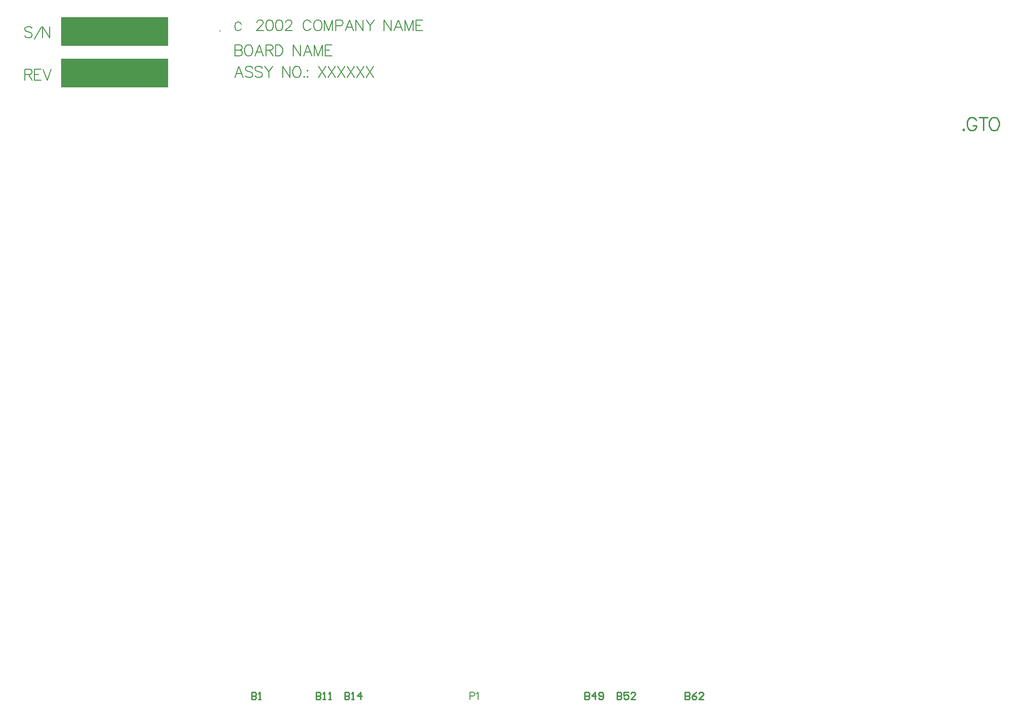
<source format=gto>
G04*
G04 #@! TF.GenerationSoftware,Altium Limited,Altium Designer,20.0.13 (296)*
G04*
G04 Layer_Color=65535*
%FSLAX44Y44*%
%MOMM*%
G71*
G01*
G75*
%ADD10C,0.2540*%
%ADD11C,0.2286*%
%ADD12C,0.2032*%
%ADD13C,0.1829*%
%ADD14R,19.0500X5.0800*%
D10*
X1369718Y2792976D02*
G03*
X1369747Y2792940I12296J10041D01*
G01*
X1425702Y1620008D02*
Y1607820D01*
X1431796D01*
X1433827Y1609851D01*
Y1611883D01*
X1431796Y1613914D01*
X1425702D01*
X1431796D01*
X1433827Y1615945D01*
Y1617977D01*
X1431796Y1620008D01*
X1425702D01*
X1437890Y1607820D02*
X1441953D01*
X1439921D01*
Y1620008D01*
X1437890Y1617977D01*
X1540002Y1620008D02*
Y1607820D01*
X1546096D01*
X1548127Y1609851D01*
Y1611883D01*
X1546096Y1613914D01*
X1540002D01*
X1546096D01*
X1548127Y1615945D01*
Y1617977D01*
X1546096Y1620008D01*
X1540002D01*
X1552190Y1607820D02*
X1556253D01*
X1554221D01*
Y1620008D01*
X1552190Y1617977D01*
X1562347Y1607820D02*
X1566409D01*
X1564378D01*
Y1620008D01*
X1562347Y1617977D01*
X2016252Y1620008D02*
Y1607820D01*
X2022346D01*
X2024377Y1609851D01*
Y1611883D01*
X2022346Y1613914D01*
X2016252D01*
X2022346D01*
X2024377Y1615945D01*
Y1617977D01*
X2022346Y1620008D01*
X2016252D01*
X2034534Y1607820D02*
Y1620008D01*
X2028440Y1613914D01*
X2036565D01*
X2040628Y1609851D02*
X2042659Y1607820D01*
X2046722D01*
X2048754Y1609851D01*
Y1617977D01*
X2046722Y1620008D01*
X2042659D01*
X2040628Y1617977D01*
Y1615945D01*
X2042659Y1613914D01*
X2048754D01*
X2194052Y1620008D02*
Y1607820D01*
X2200146D01*
X2202177Y1609851D01*
Y1611883D01*
X2200146Y1613914D01*
X2194052D01*
X2200146D01*
X2202177Y1615945D01*
Y1617977D01*
X2200146Y1620008D01*
X2194052D01*
X2214365D02*
X2210303Y1617977D01*
X2206240Y1613914D01*
Y1609851D01*
X2208271Y1607820D01*
X2212334D01*
X2214365Y1609851D01*
Y1611883D01*
X2212334Y1613914D01*
X2206240D01*
X2226553Y1607820D02*
X2218428D01*
X2226553Y1615945D01*
Y1617977D01*
X2224522Y1620008D01*
X2220459D01*
X2218428Y1617977D01*
X2073402Y1620008D02*
Y1607820D01*
X2079496D01*
X2081527Y1609851D01*
Y1611883D01*
X2079496Y1613914D01*
X2073402D01*
X2079496D01*
X2081527Y1615945D01*
Y1617977D01*
X2079496Y1620008D01*
X2073402D01*
X2093715D02*
X2085590D01*
Y1613914D01*
X2089653Y1615945D01*
X2091684D01*
X2093715Y1613914D01*
Y1609851D01*
X2091684Y1607820D01*
X2087621D01*
X2085590Y1609851D01*
X2105903Y1607820D02*
X2097778D01*
X2105903Y1615945D01*
Y1617977D01*
X2103872Y1620008D01*
X2099810D01*
X2097778Y1617977D01*
X1590802Y1620008D02*
Y1607820D01*
X1596896D01*
X1598927Y1609851D01*
Y1611883D01*
X1596896Y1613914D01*
X1590802D01*
X1596896D01*
X1598927Y1615945D01*
Y1617977D01*
X1596896Y1620008D01*
X1590802D01*
X1602990Y1607820D02*
X1607053D01*
X1605021D01*
Y1620008D01*
X1602990Y1617977D01*
X1619241Y1607820D02*
Y1620008D01*
X1613147Y1613914D01*
X1621272D01*
D11*
X2687646Y2619139D02*
X2686558Y2618050D01*
X2687646Y2616962D01*
X2688735Y2618050D01*
X2687646Y2619139D01*
X2710066Y2634375D02*
X2708978Y2636552D01*
X2706801Y2638729D01*
X2704624Y2639817D01*
X2700271D01*
X2698094Y2638729D01*
X2695918Y2636552D01*
X2694829Y2634375D01*
X2693741Y2631111D01*
Y2625669D01*
X2694829Y2622404D01*
X2695918Y2620227D01*
X2698094Y2618050D01*
X2700271Y2616962D01*
X2704624D01*
X2706801Y2618050D01*
X2708978Y2620227D01*
X2710066Y2622404D01*
Y2625669D01*
X2704624D02*
X2710066D01*
X2722909Y2639817D02*
Y2616962D01*
X2715290Y2639817D02*
X2730527D01*
X2739778D02*
X2737601Y2638729D01*
X2735424Y2636552D01*
X2734336Y2634375D01*
X2733248Y2631111D01*
Y2625669D01*
X2734336Y2622404D01*
X2735424Y2620227D01*
X2737601Y2618050D01*
X2739778Y2616962D01*
X2744131D01*
X2746308Y2618050D01*
X2748484Y2620227D01*
X2749573Y2622404D01*
X2750661Y2625669D01*
Y2631111D01*
X2749573Y2634375D01*
X2748484Y2636552D01*
X2746308Y2638729D01*
X2744131Y2639817D01*
X2739778D01*
D12*
X1410495Y2710942D02*
X1403240Y2729988D01*
X1395984Y2710942D01*
X1398705Y2717291D02*
X1407774D01*
X1427637Y2727267D02*
X1425823Y2729081D01*
X1423102Y2729988D01*
X1419474D01*
X1416753Y2729081D01*
X1414939Y2727267D01*
Y2725453D01*
X1415846Y2723639D01*
X1416753Y2722732D01*
X1418567Y2721825D01*
X1424009Y2720012D01*
X1425823Y2719105D01*
X1426730Y2718198D01*
X1427637Y2716384D01*
Y2713663D01*
X1425823Y2711849D01*
X1423102Y2710942D01*
X1419474D01*
X1416753Y2711849D01*
X1414939Y2713663D01*
X1444597Y2727267D02*
X1442783Y2729081D01*
X1440062Y2729988D01*
X1436434D01*
X1433713Y2729081D01*
X1431899Y2727267D01*
Y2725453D01*
X1432806Y2723639D01*
X1433713Y2722732D01*
X1435527Y2721825D01*
X1440969Y2720012D01*
X1442783Y2719105D01*
X1443690Y2718198D01*
X1444597Y2716384D01*
Y2713663D01*
X1442783Y2711849D01*
X1440062Y2710942D01*
X1436434D01*
X1433713Y2711849D01*
X1431899Y2713663D01*
X1448859Y2729988D02*
X1456115Y2720918D01*
Y2710942D01*
X1463370Y2729988D02*
X1456115Y2720918D01*
X1480784Y2729988D02*
Y2710942D01*
Y2729988D02*
X1493481Y2710942D01*
Y2729988D02*
Y2710942D01*
X1504183Y2729988D02*
X1502369Y2729081D01*
X1500555Y2727267D01*
X1499648Y2725453D01*
X1498741Y2722732D01*
Y2718198D01*
X1499648Y2715477D01*
X1500555Y2713663D01*
X1502369Y2711849D01*
X1504183Y2710942D01*
X1507811D01*
X1509625Y2711849D01*
X1511438Y2713663D01*
X1512345Y2715477D01*
X1513252Y2718198D01*
Y2722732D01*
X1512345Y2725453D01*
X1511438Y2727267D01*
X1509625Y2729081D01*
X1507811Y2729988D01*
X1504183D01*
X1518603Y2712756D02*
X1517697Y2711849D01*
X1518603Y2710942D01*
X1519510Y2711849D01*
X1518603Y2712756D01*
X1524589Y2723639D02*
X1523682Y2722732D01*
X1524589Y2721825D01*
X1525496Y2722732D01*
X1524589Y2723639D01*
Y2712756D02*
X1523682Y2711849D01*
X1524589Y2710942D01*
X1525496Y2711849D01*
X1524589Y2712756D01*
X1544633Y2729988D02*
X1557330Y2710942D01*
Y2729988D02*
X1544633Y2710942D01*
X1561593Y2729988D02*
X1574290Y2710942D01*
Y2729988D02*
X1561593Y2710942D01*
X1578553Y2729988D02*
X1591250Y2710942D01*
Y2729988D02*
X1578553Y2710942D01*
X1595513Y2729988D02*
X1608210Y2710942D01*
Y2729988D02*
X1595513Y2710942D01*
X1612473Y2729988D02*
X1625170Y2710942D01*
Y2729988D02*
X1612473Y2710942D01*
X1629433Y2729988D02*
X1642130Y2710942D01*
Y2729988D02*
X1629433Y2710942D01*
X1023874Y2724908D02*
Y2705862D01*
Y2724908D02*
X1032037D01*
X1034757Y2724001D01*
X1035664Y2723094D01*
X1036571Y2721280D01*
Y2719466D01*
X1035664Y2717652D01*
X1034757Y2716745D01*
X1032037Y2715838D01*
X1023874D01*
X1030223D02*
X1036571Y2705862D01*
X1052624Y2724908D02*
X1040834D01*
Y2705862D01*
X1052624D01*
X1040834Y2715838D02*
X1048090D01*
X1055799Y2724908D02*
X1063054Y2705862D01*
X1070310Y2724908D02*
X1063054Y2705862D01*
X1036571Y2797752D02*
X1034757Y2799566D01*
X1032037Y2800473D01*
X1028409D01*
X1025688Y2799566D01*
X1023874Y2797752D01*
Y2795938D01*
X1024781Y2794124D01*
X1025688Y2793217D01*
X1027502Y2792310D01*
X1032943Y2790497D01*
X1034757Y2789590D01*
X1035664Y2788683D01*
X1036571Y2786869D01*
Y2784148D01*
X1034757Y2782334D01*
X1032037Y2781427D01*
X1028409D01*
X1025688Y2782334D01*
X1023874Y2784148D01*
X1040834Y2778706D02*
X1053531Y2800473D01*
X1054801D02*
Y2781427D01*
Y2800473D02*
X1067498Y2781427D01*
Y2800473D02*
Y2781427D01*
X1406867Y2805101D02*
X1406142Y2806552D01*
X1404691Y2808003D01*
X1403240Y2808729D01*
X1400337D01*
X1398886Y2808003D01*
X1397435Y2806552D01*
X1396710Y2805101D01*
X1395984Y2802924D01*
Y2799297D01*
X1396710Y2797120D01*
X1397435Y2795669D01*
X1398886Y2794218D01*
X1400337Y2793492D01*
X1403240D01*
X1404691Y2794218D01*
X1406142Y2795669D01*
X1406867Y2797120D01*
X1434991Y2808003D02*
Y2808910D01*
X1435898Y2810724D01*
X1436805Y2811631D01*
X1438619Y2812538D01*
X1442247D01*
X1444060Y2811631D01*
X1444967Y2810724D01*
X1445874Y2808910D01*
Y2807096D01*
X1444967Y2805282D01*
X1443154Y2802562D01*
X1434084Y2793492D01*
X1446781D01*
X1456486Y2812538D02*
X1453765Y2811631D01*
X1451951Y2808910D01*
X1451044Y2804375D01*
Y2801654D01*
X1451951Y2797120D01*
X1453765Y2794399D01*
X1456486Y2793492D01*
X1458300D01*
X1461020Y2794399D01*
X1462834Y2797120D01*
X1463741Y2801654D01*
Y2804375D01*
X1462834Y2808910D01*
X1461020Y2811631D01*
X1458300Y2812538D01*
X1456486D01*
X1473446D02*
X1470725Y2811631D01*
X1468911Y2808910D01*
X1468004Y2804375D01*
Y2801654D01*
X1468911Y2797120D01*
X1470725Y2794399D01*
X1473446Y2793492D01*
X1475260D01*
X1477980Y2794399D01*
X1479794Y2797120D01*
X1480701Y2801654D01*
Y2804375D01*
X1479794Y2808910D01*
X1477980Y2811631D01*
X1475260Y2812538D01*
X1473446D01*
X1485871Y2808003D02*
Y2808910D01*
X1486778Y2810724D01*
X1487685Y2811631D01*
X1489498Y2812538D01*
X1493126D01*
X1494940Y2811631D01*
X1495847Y2810724D01*
X1496754Y2808910D01*
Y2807096D01*
X1495847Y2805282D01*
X1494033Y2802562D01*
X1484964Y2793492D01*
X1497661D01*
X1530493Y2808003D02*
X1529586Y2809817D01*
X1527772Y2811631D01*
X1525958Y2812538D01*
X1522330D01*
X1520516Y2811631D01*
X1518702Y2809817D01*
X1517795Y2808003D01*
X1516888Y2805282D01*
Y2800748D01*
X1517795Y2798027D01*
X1518702Y2796213D01*
X1520516Y2794399D01*
X1522330Y2793492D01*
X1525958D01*
X1527772Y2794399D01*
X1529586Y2796213D01*
X1530493Y2798027D01*
X1541285Y2812538D02*
X1539471Y2811631D01*
X1537657Y2809817D01*
X1536751Y2808003D01*
X1535844Y2805282D01*
Y2800748D01*
X1536751Y2798027D01*
X1537657Y2796213D01*
X1539471Y2794399D01*
X1541285Y2793492D01*
X1544913D01*
X1546727Y2794399D01*
X1548541Y2796213D01*
X1549448Y2798027D01*
X1550355Y2800748D01*
Y2805282D01*
X1549448Y2808003D01*
X1548541Y2809817D01*
X1546727Y2811631D01*
X1544913Y2812538D01*
X1541285D01*
X1554799D02*
Y2793492D01*
Y2812538D02*
X1562054Y2793492D01*
X1569310Y2812538D02*
X1562054Y2793492D01*
X1569310Y2812538D02*
Y2793492D01*
X1574752Y2802562D02*
X1582914D01*
X1585635Y2803468D01*
X1586542Y2804375D01*
X1587449Y2806189D01*
Y2808910D01*
X1586542Y2810724D01*
X1585635Y2811631D01*
X1582914Y2812538D01*
X1574752D01*
Y2793492D01*
X1606223D02*
X1598967Y2812538D01*
X1591712Y2793492D01*
X1594433Y2799841D02*
X1603502D01*
X1610667Y2812538D02*
Y2793492D01*
Y2812538D02*
X1623364Y2793492D01*
Y2812538D02*
Y2793492D01*
X1628625Y2812538D02*
X1635880Y2803468D01*
Y2793492D01*
X1643136Y2812538D02*
X1635880Y2803468D01*
X1660549Y2812538D02*
Y2793492D01*
Y2812538D02*
X1673246Y2793492D01*
Y2812538D02*
Y2793492D01*
X1693018D02*
X1685762Y2812538D01*
X1678507Y2793492D01*
X1681227Y2799841D02*
X1690297D01*
X1697462Y2812538D02*
Y2793492D01*
Y2812538D02*
X1704717Y2793492D01*
X1711973Y2812538D02*
X1704717Y2793492D01*
X1711973Y2812538D02*
Y2793492D01*
X1729205Y2812538D02*
X1717415D01*
Y2793492D01*
X1729205D01*
X1717415Y2803468D02*
X1724670D01*
X1395984Y2768088D02*
Y2749042D01*
Y2768088D02*
X1404147D01*
X1406867Y2767181D01*
X1407774Y2766274D01*
X1408681Y2764460D01*
Y2762646D01*
X1407774Y2760832D01*
X1406867Y2759926D01*
X1404147Y2759018D01*
X1395984D02*
X1404147D01*
X1406867Y2758112D01*
X1407774Y2757205D01*
X1408681Y2755391D01*
Y2752670D01*
X1407774Y2750856D01*
X1406867Y2749949D01*
X1404147Y2749042D01*
X1395984D01*
X1418386Y2768088D02*
X1416572Y2767181D01*
X1414758Y2765367D01*
X1413851Y2763553D01*
X1412944Y2760832D01*
Y2756298D01*
X1413851Y2753577D01*
X1414758Y2751763D01*
X1416572Y2749949D01*
X1418386Y2749042D01*
X1422013D01*
X1423827Y2749949D01*
X1425641Y2751763D01*
X1426548Y2753577D01*
X1427455Y2756298D01*
Y2760832D01*
X1426548Y2763553D01*
X1425641Y2765367D01*
X1423827Y2767181D01*
X1422013Y2768088D01*
X1418386D01*
X1446410Y2749042D02*
X1439155Y2768088D01*
X1431899Y2749042D01*
X1434620Y2755391D02*
X1443690D01*
X1450854Y2768088D02*
Y2749042D01*
Y2768088D02*
X1459017D01*
X1461738Y2767181D01*
X1462645Y2766274D01*
X1463552Y2764460D01*
Y2762646D01*
X1462645Y2760832D01*
X1461738Y2759926D01*
X1459017Y2759018D01*
X1450854D01*
X1457203D02*
X1463552Y2749042D01*
X1467814Y2768088D02*
Y2749042D01*
Y2768088D02*
X1474163D01*
X1476884Y2767181D01*
X1478698Y2765367D01*
X1479605Y2763553D01*
X1480512Y2760832D01*
Y2756298D01*
X1479605Y2753577D01*
X1478698Y2751763D01*
X1476884Y2749949D01*
X1474163Y2749042D01*
X1467814D01*
X1499739Y2768088D02*
Y2749042D01*
Y2768088D02*
X1512436Y2749042D01*
Y2768088D02*
Y2749042D01*
X1532208D02*
X1524952Y2768088D01*
X1517697Y2749042D01*
X1520417Y2755391D02*
X1529487D01*
X1536652Y2768088D02*
Y2749042D01*
Y2768088D02*
X1543907Y2749042D01*
X1551163Y2768088D02*
X1543907Y2749042D01*
X1551163Y2768088D02*
Y2749042D01*
X1568395Y2768088D02*
X1556605D01*
Y2749042D01*
X1568395D01*
X1556605Y2759018D02*
X1563860D01*
D13*
X1813052Y1613625D02*
X1818276D01*
X1820017Y1614205D01*
X1820598Y1614785D01*
X1821178Y1615946D01*
Y1617688D01*
X1820598Y1618849D01*
X1820017Y1619429D01*
X1818276Y1620009D01*
X1813052D01*
Y1607820D01*
X1823906Y1617688D02*
X1825067Y1618268D01*
X1826809Y1620009D01*
Y1607820D01*
D14*
X1182624Y2718562D02*
D03*
Y2792222D02*
D03*
M02*

</source>
